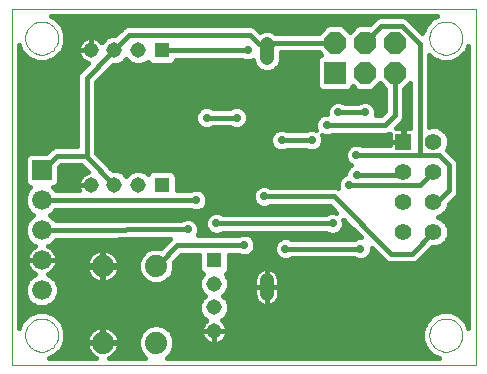
<source format=gbl>
G75*
G70*
%OFA0B0*%
%FSLAX24Y24*%
%IPPOS*%
%LPD*%
%AMOC8*
5,1,8,0,0,1.08239X$1,22.5*
%
%ADD10C,0.0000*%
%ADD11C,0.0456*%
%ADD12C,0.0740*%
%ADD13R,0.0660X0.0660*%
%ADD14C,0.0660*%
%ADD15R,0.0740X0.0740*%
%ADD16OC8,0.0740*%
%ADD17R,0.0554X0.0554*%
%ADD18C,0.0554*%
%ADD19R,0.0515X0.0515*%
%ADD20C,0.0515*%
%ADD21C,0.0160*%
%ADD22C,0.0277*%
D10*
X000680Y000680D02*
X000680Y012550D01*
X016147Y012550D01*
X016147Y000680D01*
X000680Y000680D01*
X001129Y001680D02*
X001131Y001727D01*
X001137Y001773D01*
X001147Y001819D01*
X001160Y001864D01*
X001178Y001907D01*
X001199Y001949D01*
X001223Y001989D01*
X001251Y002026D01*
X001282Y002061D01*
X001316Y002094D01*
X001352Y002123D01*
X001391Y002149D01*
X001432Y002172D01*
X001475Y002191D01*
X001519Y002207D01*
X001564Y002219D01*
X001610Y002227D01*
X001657Y002231D01*
X001703Y002231D01*
X001750Y002227D01*
X001796Y002219D01*
X001841Y002207D01*
X001885Y002191D01*
X001928Y002172D01*
X001969Y002149D01*
X002008Y002123D01*
X002044Y002094D01*
X002078Y002061D01*
X002109Y002026D01*
X002137Y001989D01*
X002161Y001949D01*
X002182Y001907D01*
X002200Y001864D01*
X002213Y001819D01*
X002223Y001773D01*
X002229Y001727D01*
X002231Y001680D01*
X002229Y001633D01*
X002223Y001587D01*
X002213Y001541D01*
X002200Y001496D01*
X002182Y001453D01*
X002161Y001411D01*
X002137Y001371D01*
X002109Y001334D01*
X002078Y001299D01*
X002044Y001266D01*
X002008Y001237D01*
X001969Y001211D01*
X001928Y001188D01*
X001885Y001169D01*
X001841Y001153D01*
X001796Y001141D01*
X001750Y001133D01*
X001703Y001129D01*
X001657Y001129D01*
X001610Y001133D01*
X001564Y001141D01*
X001519Y001153D01*
X001475Y001169D01*
X001432Y001188D01*
X001391Y001211D01*
X001352Y001237D01*
X001316Y001266D01*
X001282Y001299D01*
X001251Y001334D01*
X001223Y001371D01*
X001199Y001411D01*
X001178Y001453D01*
X001160Y001496D01*
X001147Y001541D01*
X001137Y001587D01*
X001131Y001633D01*
X001129Y001680D01*
X001129Y011580D02*
X001131Y011627D01*
X001137Y011673D01*
X001147Y011719D01*
X001160Y011764D01*
X001178Y011807D01*
X001199Y011849D01*
X001223Y011889D01*
X001251Y011926D01*
X001282Y011961D01*
X001316Y011994D01*
X001352Y012023D01*
X001391Y012049D01*
X001432Y012072D01*
X001475Y012091D01*
X001519Y012107D01*
X001564Y012119D01*
X001610Y012127D01*
X001657Y012131D01*
X001703Y012131D01*
X001750Y012127D01*
X001796Y012119D01*
X001841Y012107D01*
X001885Y012091D01*
X001928Y012072D01*
X001969Y012049D01*
X002008Y012023D01*
X002044Y011994D01*
X002078Y011961D01*
X002109Y011926D01*
X002137Y011889D01*
X002161Y011849D01*
X002182Y011807D01*
X002200Y011764D01*
X002213Y011719D01*
X002223Y011673D01*
X002229Y011627D01*
X002231Y011580D01*
X002229Y011533D01*
X002223Y011487D01*
X002213Y011441D01*
X002200Y011396D01*
X002182Y011353D01*
X002161Y011311D01*
X002137Y011271D01*
X002109Y011234D01*
X002078Y011199D01*
X002044Y011166D01*
X002008Y011137D01*
X001969Y011111D01*
X001928Y011088D01*
X001885Y011069D01*
X001841Y011053D01*
X001796Y011041D01*
X001750Y011033D01*
X001703Y011029D01*
X001657Y011029D01*
X001610Y011033D01*
X001564Y011041D01*
X001519Y011053D01*
X001475Y011069D01*
X001432Y011088D01*
X001391Y011111D01*
X001352Y011137D01*
X001316Y011166D01*
X001282Y011199D01*
X001251Y011234D01*
X001223Y011271D01*
X001199Y011311D01*
X001178Y011353D01*
X001160Y011396D01*
X001147Y011441D01*
X001137Y011487D01*
X001131Y011533D01*
X001129Y011580D01*
X014604Y011580D02*
X014606Y011627D01*
X014612Y011673D01*
X014622Y011719D01*
X014635Y011764D01*
X014653Y011807D01*
X014674Y011849D01*
X014698Y011889D01*
X014726Y011926D01*
X014757Y011961D01*
X014791Y011994D01*
X014827Y012023D01*
X014866Y012049D01*
X014907Y012072D01*
X014950Y012091D01*
X014994Y012107D01*
X015039Y012119D01*
X015085Y012127D01*
X015132Y012131D01*
X015178Y012131D01*
X015225Y012127D01*
X015271Y012119D01*
X015316Y012107D01*
X015360Y012091D01*
X015403Y012072D01*
X015444Y012049D01*
X015483Y012023D01*
X015519Y011994D01*
X015553Y011961D01*
X015584Y011926D01*
X015612Y011889D01*
X015636Y011849D01*
X015657Y011807D01*
X015675Y011764D01*
X015688Y011719D01*
X015698Y011673D01*
X015704Y011627D01*
X015706Y011580D01*
X015704Y011533D01*
X015698Y011487D01*
X015688Y011441D01*
X015675Y011396D01*
X015657Y011353D01*
X015636Y011311D01*
X015612Y011271D01*
X015584Y011234D01*
X015553Y011199D01*
X015519Y011166D01*
X015483Y011137D01*
X015444Y011111D01*
X015403Y011088D01*
X015360Y011069D01*
X015316Y011053D01*
X015271Y011041D01*
X015225Y011033D01*
X015178Y011029D01*
X015132Y011029D01*
X015085Y011033D01*
X015039Y011041D01*
X014994Y011053D01*
X014950Y011069D01*
X014907Y011088D01*
X014866Y011111D01*
X014827Y011137D01*
X014791Y011166D01*
X014757Y011199D01*
X014726Y011234D01*
X014698Y011271D01*
X014674Y011311D01*
X014653Y011353D01*
X014635Y011396D01*
X014622Y011441D01*
X014612Y011487D01*
X014606Y011533D01*
X014604Y011580D01*
X014604Y001680D02*
X014606Y001727D01*
X014612Y001773D01*
X014622Y001819D01*
X014635Y001864D01*
X014653Y001907D01*
X014674Y001949D01*
X014698Y001989D01*
X014726Y002026D01*
X014757Y002061D01*
X014791Y002094D01*
X014827Y002123D01*
X014866Y002149D01*
X014907Y002172D01*
X014950Y002191D01*
X014994Y002207D01*
X015039Y002219D01*
X015085Y002227D01*
X015132Y002231D01*
X015178Y002231D01*
X015225Y002227D01*
X015271Y002219D01*
X015316Y002207D01*
X015360Y002191D01*
X015403Y002172D01*
X015444Y002149D01*
X015483Y002123D01*
X015519Y002094D01*
X015553Y002061D01*
X015584Y002026D01*
X015612Y001989D01*
X015636Y001949D01*
X015657Y001907D01*
X015675Y001864D01*
X015688Y001819D01*
X015698Y001773D01*
X015704Y001727D01*
X015706Y001680D01*
X015704Y001633D01*
X015698Y001587D01*
X015688Y001541D01*
X015675Y001496D01*
X015657Y001453D01*
X015636Y001411D01*
X015612Y001371D01*
X015584Y001334D01*
X015553Y001299D01*
X015519Y001266D01*
X015483Y001237D01*
X015444Y001211D01*
X015403Y001188D01*
X015360Y001169D01*
X015316Y001153D01*
X015271Y001141D01*
X015225Y001133D01*
X015178Y001129D01*
X015132Y001129D01*
X015085Y001133D01*
X015039Y001141D01*
X014994Y001153D01*
X014950Y001169D01*
X014907Y001188D01*
X014866Y001211D01*
X014827Y001237D01*
X014791Y001266D01*
X014757Y001299D01*
X014726Y001334D01*
X014698Y001371D01*
X014674Y001411D01*
X014653Y001453D01*
X014635Y001496D01*
X014622Y001541D01*
X014612Y001587D01*
X014606Y001633D01*
X014604Y001680D01*
D11*
X009180Y003050D02*
X009180Y003506D01*
X009180Y010924D02*
X009180Y011380D01*
D12*
X005495Y003985D03*
X003715Y003985D03*
X003715Y001425D03*
X005495Y001425D03*
D13*
X001680Y007180D03*
D14*
X001680Y006180D03*
X001680Y005180D03*
X001680Y004180D03*
X001680Y003180D03*
D15*
X011455Y010430D03*
D16*
X012455Y010430D03*
X013455Y010430D03*
X013455Y011430D03*
X012455Y011430D03*
X011455Y011430D03*
D17*
X013743Y008118D03*
D18*
X014743Y008118D03*
X014743Y007118D03*
X013743Y007118D03*
X013743Y006118D03*
X014743Y006118D03*
X014743Y005118D03*
X013743Y005118D03*
D19*
X007430Y004180D03*
X005680Y006680D03*
X005680Y011180D03*
D20*
X004893Y011180D03*
X004105Y011180D03*
X003318Y011180D03*
X003318Y006680D03*
X004105Y006680D03*
X004893Y006680D03*
X007430Y003393D03*
X007430Y002605D03*
X007430Y001818D03*
D21*
X007867Y001818D01*
X007867Y001852D01*
X007857Y001920D01*
X007835Y001986D01*
X007804Y002047D01*
X007764Y002103D01*
X007715Y002151D01*
X007686Y002173D01*
X007712Y002183D01*
X007852Y002323D01*
X007927Y002506D01*
X007927Y002704D01*
X007852Y002887D01*
X007740Y002999D01*
X007852Y003111D01*
X007927Y003294D01*
X007927Y003492D01*
X007852Y003674D01*
X007812Y003714D01*
X007823Y003719D01*
X007891Y003787D01*
X007927Y003875D01*
X007927Y004360D01*
X008214Y004360D01*
X008215Y004359D01*
X008355Y004301D01*
X008505Y004301D01*
X008645Y004359D01*
X008751Y004465D01*
X008809Y004605D01*
X008809Y004755D01*
X008751Y004895D01*
X008645Y005001D01*
X008505Y005059D01*
X008355Y005059D01*
X008215Y005001D01*
X008214Y005000D01*
X006880Y005000D01*
X006934Y005130D01*
X006934Y005280D01*
X006876Y005420D01*
X006770Y005526D01*
X006630Y005584D01*
X006480Y005584D01*
X006340Y005526D01*
X006338Y005524D01*
X002391Y005500D01*
X002164Y005500D01*
X002163Y005503D01*
X002003Y005663D01*
X001962Y005680D01*
X002003Y005697D01*
X002163Y005857D01*
X002164Y005860D01*
X006614Y005860D01*
X006615Y005859D01*
X006755Y005801D01*
X006905Y005801D01*
X007045Y005859D01*
X007151Y005965D01*
X007209Y006105D01*
X007209Y006255D01*
X007151Y006395D01*
X007045Y006501D01*
X006905Y006559D01*
X006755Y006559D01*
X006615Y006501D01*
X006614Y006500D01*
X006177Y006500D01*
X006177Y006985D01*
X006141Y007073D01*
X006073Y007141D01*
X005985Y007177D01*
X005375Y007177D01*
X005287Y007141D01*
X005219Y007073D01*
X005214Y007062D01*
X005174Y007102D01*
X004992Y007177D01*
X004794Y007177D01*
X004611Y007102D01*
X004499Y006990D01*
X004387Y007102D01*
X004204Y007177D01*
X004060Y007177D01*
X003498Y007740D01*
X003498Y010115D01*
X004065Y010683D01*
X004204Y010683D01*
X004387Y010758D01*
X004499Y010870D01*
X004611Y010758D01*
X004794Y010683D01*
X004992Y010683D01*
X005174Y010758D01*
X005214Y010798D01*
X005219Y010787D01*
X005287Y010719D01*
X005375Y010683D01*
X005985Y010683D01*
X006073Y010719D01*
X006141Y010787D01*
X006171Y010860D01*
X008339Y010860D01*
X008340Y010859D01*
X008480Y010801D01*
X008630Y010801D01*
X008712Y010835D01*
X008712Y010831D01*
X008783Y010659D01*
X008915Y010528D01*
X009087Y010457D01*
X009273Y010457D01*
X009445Y010528D01*
X009577Y010659D01*
X009648Y010831D01*
X009648Y011110D01*
X010912Y011110D01*
X010998Y011024D01*
X010949Y011003D01*
X010882Y010936D01*
X010845Y010848D01*
X010845Y010012D01*
X010882Y009924D01*
X010949Y009857D01*
X011037Y009820D01*
X011873Y009820D01*
X011961Y009857D01*
X012028Y009924D01*
X012049Y009973D01*
X012202Y009820D01*
X012708Y009820D01*
X012955Y010067D01*
X013135Y009887D01*
X013135Y009138D01*
X012997Y009000D01*
X012819Y009000D01*
X012834Y009035D01*
X012834Y009185D01*
X012776Y009325D01*
X012670Y009431D01*
X012530Y009489D01*
X012380Y009489D01*
X012240Y009431D01*
X012239Y009430D01*
X011781Y009430D01*
X011780Y009431D01*
X011640Y009489D01*
X011490Y009489D01*
X011350Y009431D01*
X011244Y009325D01*
X011186Y009185D01*
X011186Y009059D01*
X011105Y009059D01*
X010965Y009001D01*
X010859Y008895D01*
X010801Y008755D01*
X010801Y008605D01*
X010834Y008526D01*
X010755Y008559D01*
X010605Y008559D01*
X010465Y008501D01*
X010464Y008500D01*
X009896Y008500D01*
X009895Y008501D01*
X009755Y008559D01*
X009605Y008559D01*
X009465Y008501D01*
X009359Y008395D01*
X009301Y008255D01*
X009301Y008105D01*
X009359Y007965D01*
X009465Y007859D01*
X009605Y007801D01*
X009755Y007801D01*
X009895Y007859D01*
X009896Y007860D01*
X010464Y007860D01*
X010465Y007859D01*
X010605Y007801D01*
X010755Y007801D01*
X010895Y007859D01*
X011001Y007965D01*
X011059Y008105D01*
X011059Y008255D01*
X011026Y008334D01*
X011105Y008301D01*
X011255Y008301D01*
X011395Y008359D01*
X011396Y008360D01*
X013194Y008360D01*
X013285Y008398D01*
X013285Y008126D01*
X013734Y008126D01*
X013734Y008109D01*
X013285Y008109D01*
X013285Y008000D01*
X012383Y008000D01*
X012382Y008001D01*
X012243Y008059D01*
X012092Y008059D01*
X011953Y008001D01*
X011846Y007895D01*
X011789Y007755D01*
X011789Y007605D01*
X011846Y007465D01*
X011953Y007359D01*
X011977Y007349D01*
X011965Y007344D01*
X011859Y007237D01*
X011801Y007098D01*
X011801Y007037D01*
X011715Y007001D01*
X011609Y006895D01*
X011551Y006755D01*
X011551Y006605D01*
X011556Y006594D01*
X011481Y006625D01*
X009308Y006625D01*
X009307Y006626D01*
X009168Y006684D01*
X009017Y006684D01*
X008878Y006626D01*
X008771Y006520D01*
X008714Y006380D01*
X008714Y006230D01*
X008771Y006090D01*
X008878Y005984D01*
X009017Y005926D01*
X009168Y005926D01*
X009307Y005984D01*
X009308Y005985D01*
X011285Y005985D01*
X011508Y005762D01*
X011455Y005784D01*
X011305Y005784D01*
X011165Y005726D01*
X011164Y005725D01*
X007721Y005725D01*
X007720Y005726D01*
X007580Y005784D01*
X007430Y005784D01*
X007290Y005726D01*
X007184Y005620D01*
X007126Y005480D01*
X007126Y005330D01*
X007184Y005190D01*
X007290Y005084D01*
X007430Y005026D01*
X007580Y005026D01*
X007720Y005084D01*
X007721Y005085D01*
X011164Y005085D01*
X011165Y005084D01*
X011305Y005026D01*
X011455Y005026D01*
X011595Y005084D01*
X011701Y005190D01*
X011759Y005330D01*
X011759Y005480D01*
X011737Y005533D01*
X012336Y004934D01*
X012230Y004934D01*
X012090Y004876D01*
X012089Y004875D01*
X010021Y004875D01*
X010020Y004876D01*
X009880Y004934D01*
X009730Y004934D01*
X009590Y004876D01*
X009484Y004770D01*
X009426Y004630D01*
X009426Y004480D01*
X009484Y004340D01*
X009590Y004234D01*
X009730Y004176D01*
X009880Y004176D01*
X010020Y004234D01*
X010021Y004235D01*
X012089Y004235D01*
X012090Y004234D01*
X012230Y004176D01*
X012380Y004176D01*
X012520Y004234D01*
X012626Y004340D01*
X012684Y004480D01*
X012684Y004586D01*
X013149Y004121D01*
X013266Y004073D01*
X014081Y004073D01*
X014199Y004121D01*
X014289Y004211D01*
X014678Y004600D01*
X014845Y004600D01*
X015035Y004679D01*
X015181Y004825D01*
X015260Y005015D01*
X015260Y005220D01*
X015181Y005410D01*
X015035Y005556D01*
X014887Y005618D01*
X015035Y005679D01*
X015181Y005825D01*
X015260Y006015D01*
X015260Y006052D01*
X015483Y006280D01*
X015526Y006324D01*
X015527Y006325D01*
X015528Y006327D01*
X015551Y006384D01*
X015575Y006441D01*
X015575Y006443D01*
X015576Y006445D01*
X015575Y006507D01*
X015575Y007419D01*
X015526Y007536D01*
X015436Y007626D01*
X015198Y007865D01*
X015260Y008015D01*
X015260Y008220D01*
X015181Y008410D01*
X015035Y008556D01*
X014845Y008635D01*
X014640Y008635D01*
X014600Y008618D01*
X014600Y011016D01*
X014707Y010909D01*
X014998Y010789D01*
X015312Y010789D01*
X015603Y010909D01*
X015826Y011132D01*
X015907Y011328D01*
X015907Y001932D01*
X015826Y002128D01*
X015603Y002351D01*
X015312Y002471D01*
X014998Y002471D01*
X014707Y002351D01*
X014484Y002128D01*
X014364Y001837D01*
X014364Y001523D01*
X014484Y001232D01*
X014707Y001009D01*
X014922Y000920D01*
X005853Y000920D01*
X006012Y001079D01*
X006105Y001304D01*
X006105Y001546D01*
X006012Y001771D01*
X005841Y001942D01*
X005616Y002035D01*
X005374Y002035D01*
X005149Y001942D01*
X004978Y001771D01*
X004885Y001546D01*
X004885Y001304D01*
X004978Y001079D01*
X005137Y000920D01*
X003935Y000920D01*
X004003Y000955D01*
X004073Y001005D01*
X004135Y001067D01*
X004185Y001137D01*
X004225Y001214D01*
X004251Y001296D01*
X004265Y001382D01*
X004265Y001405D01*
X003735Y001405D01*
X003735Y001445D01*
X003695Y001445D01*
X003695Y001975D01*
X003672Y001975D01*
X003586Y001961D01*
X003504Y001935D01*
X003427Y001895D01*
X003357Y001845D01*
X003295Y001783D01*
X003245Y001713D01*
X003205Y001636D01*
X003179Y001554D01*
X003165Y001468D01*
X003165Y001445D01*
X003695Y001445D01*
X003695Y001405D01*
X003165Y001405D01*
X003165Y001382D01*
X003179Y001296D01*
X003205Y001214D01*
X003245Y001137D01*
X003295Y001067D01*
X003357Y001005D01*
X003427Y000955D01*
X003495Y000920D01*
X001913Y000920D01*
X002128Y001009D01*
X002351Y001232D01*
X002471Y001523D01*
X002471Y001837D01*
X002351Y002128D01*
X002128Y002351D01*
X001837Y002471D01*
X001523Y002471D01*
X001232Y002351D01*
X001009Y002128D01*
X000920Y001913D01*
X000920Y011347D01*
X001009Y011132D01*
X001232Y010909D01*
X001523Y010789D01*
X001837Y010789D01*
X002128Y010909D01*
X002351Y011132D01*
X002471Y011423D01*
X002471Y011737D01*
X002351Y012028D01*
X002128Y012251D01*
X001985Y012310D01*
X014850Y012310D01*
X014707Y012251D01*
X014484Y012028D01*
X014367Y011745D01*
X013861Y012251D01*
X013744Y012300D01*
X012941Y012300D01*
X012824Y012251D01*
X012734Y012161D01*
X012612Y012040D01*
X012202Y012040D01*
X011955Y011793D01*
X011708Y012040D01*
X011202Y012040D01*
X010912Y011750D01*
X009485Y011750D01*
X009477Y011753D01*
X009470Y011753D01*
X009445Y011777D01*
X009273Y011848D01*
X009087Y011848D01*
X008964Y011797D01*
X008939Y011821D01*
X008936Y011827D01*
X008893Y011865D01*
X008851Y011904D01*
X008845Y011906D01*
X008836Y011914D01*
X008799Y011951D01*
X008788Y011956D01*
X008780Y011963D01*
X008730Y011980D01*
X008681Y012000D01*
X008670Y012000D01*
X008659Y012004D01*
X008606Y012000D01*
X004598Y012000D01*
X004534Y012000D01*
X004534Y012000D01*
X004534Y012000D01*
X004475Y011976D01*
X004417Y011952D01*
X004416Y011951D01*
X004371Y011906D01*
X004141Y011677D01*
X004006Y011677D01*
X003823Y011602D01*
X003683Y011462D01*
X003673Y011436D01*
X003651Y011465D01*
X003603Y011514D01*
X003547Y011554D01*
X003486Y011585D01*
X003420Y011607D01*
X003352Y011617D01*
X003318Y011617D01*
X003318Y011180D01*
X003318Y011180D01*
X003318Y011617D01*
X003283Y011617D01*
X003215Y011607D01*
X003150Y011585D01*
X003089Y011554D01*
X003033Y011514D01*
X002984Y011465D01*
X002944Y011409D01*
X002912Y011348D01*
X002891Y011282D01*
X002880Y011214D01*
X002880Y011180D01*
X003318Y011180D01*
X002880Y011180D01*
X002880Y011146D01*
X002891Y011078D01*
X002912Y011012D01*
X002944Y010951D01*
X002984Y010895D01*
X003033Y010846D01*
X003089Y010806D01*
X003150Y010775D01*
X003215Y010753D01*
X003229Y010751D01*
X002996Y010519D01*
X002906Y010429D01*
X002858Y010311D01*
X002858Y007980D01*
X002195Y007980D01*
X002136Y007982D01*
X002131Y007980D01*
X002126Y007980D01*
X002072Y007957D01*
X002017Y007937D01*
X002013Y007933D01*
X002009Y007931D01*
X001967Y007890D01*
X001819Y007750D01*
X001302Y007750D01*
X001214Y007713D01*
X001147Y007646D01*
X001110Y007558D01*
X001110Y006802D01*
X001147Y006714D01*
X001214Y006647D01*
X001302Y006610D01*
X001304Y006610D01*
X001197Y006503D01*
X001110Y006293D01*
X001110Y006067D01*
X001197Y005857D01*
X001357Y005697D01*
X001398Y005680D01*
X001357Y005663D01*
X001197Y005503D01*
X001110Y005293D01*
X001110Y005067D01*
X001197Y004857D01*
X001357Y004697D01*
X001475Y004648D01*
X001413Y004616D01*
X001348Y004569D01*
X000920Y004569D01*
X000920Y004411D02*
X001225Y004411D01*
X001207Y004376D02*
X001183Y004299D01*
X001170Y004220D01*
X001170Y004180D01*
X001680Y004180D01*
X002190Y004180D01*
X002190Y004220D01*
X002177Y004299D01*
X002153Y004376D01*
X002116Y004447D01*
X002069Y004512D01*
X002012Y004569D01*
X005311Y004569D01*
X005374Y004595D02*
X005149Y004502D01*
X004978Y004331D01*
X004885Y004106D01*
X004885Y003864D01*
X004978Y003639D01*
X005149Y003468D01*
X005374Y003375D01*
X005616Y003375D01*
X005841Y003468D01*
X006012Y003639D01*
X006105Y003864D01*
X006105Y004106D01*
X006099Y004121D01*
X006338Y004360D01*
X006933Y004360D01*
X006933Y003875D01*
X006969Y003787D01*
X007037Y003719D01*
X007048Y003714D01*
X007008Y003674D01*
X006933Y003492D01*
X006933Y003294D01*
X007008Y003111D01*
X007120Y002999D01*
X007008Y002887D01*
X006933Y002704D01*
X006933Y002506D01*
X007008Y002323D01*
X007148Y002183D01*
X007174Y002173D01*
X007145Y002151D01*
X007096Y002103D01*
X007056Y002047D01*
X007025Y001986D01*
X007003Y001920D01*
X006993Y001852D01*
X006993Y001818D01*
X007430Y001818D01*
X007430Y001818D01*
X007430Y001818D01*
X007867Y001818D01*
X007867Y001783D01*
X007857Y001715D01*
X007835Y001650D01*
X007804Y001589D01*
X007764Y001533D01*
X007715Y001484D01*
X007659Y001444D01*
X007598Y001412D01*
X007532Y001391D01*
X007464Y001380D01*
X007430Y001380D01*
X007430Y001818D01*
X006993Y001818D01*
X006993Y001783D01*
X007003Y001715D01*
X007025Y001650D01*
X007056Y001589D01*
X007096Y001533D01*
X007145Y001484D01*
X007201Y001444D01*
X007262Y001412D01*
X007328Y001391D01*
X007396Y001380D01*
X007430Y001380D01*
X007430Y001818D01*
X007430Y001818D01*
X007430Y001716D02*
X007430Y001716D01*
X007430Y001558D02*
X007430Y001558D01*
X007430Y001399D02*
X007430Y001399D01*
X007557Y001399D02*
X014415Y001399D01*
X014364Y001558D02*
X007782Y001558D01*
X007857Y001716D02*
X014364Y001716D01*
X014379Y001875D02*
X007864Y001875D01*
X007811Y002033D02*
X014445Y002033D01*
X014548Y002192D02*
X007720Y002192D01*
X007863Y002350D02*
X014706Y002350D01*
X015604Y002350D02*
X015907Y002350D01*
X015907Y002192D02*
X015762Y002192D01*
X015865Y002033D02*
X015907Y002033D01*
X015907Y002509D02*
X007927Y002509D01*
X007927Y002667D02*
X009040Y002667D01*
X009023Y002672D02*
X009084Y002653D01*
X009148Y002643D01*
X009180Y002643D01*
X009212Y002643D01*
X009276Y002653D01*
X009337Y002672D01*
X009394Y002702D01*
X009446Y002739D01*
X009491Y002785D01*
X009529Y002837D01*
X009558Y002894D01*
X009578Y002955D01*
X009588Y003018D01*
X009588Y003278D01*
X009180Y003278D01*
X009180Y002643D01*
X009180Y003278D01*
X009180Y003278D01*
X009180Y003278D01*
X008772Y003278D01*
X008772Y003018D01*
X008782Y002955D01*
X008802Y002894D01*
X008831Y002837D01*
X008869Y002785D01*
X008914Y002739D01*
X008966Y002702D01*
X009023Y002672D01*
X009180Y002667D02*
X009180Y002667D01*
X009320Y002667D02*
X015907Y002667D01*
X015907Y002826D02*
X009521Y002826D01*
X009583Y002984D02*
X015907Y002984D01*
X015907Y003143D02*
X009588Y003143D01*
X009588Y003278D02*
X009588Y003538D01*
X009578Y003602D01*
X009558Y003663D01*
X009529Y003720D01*
X009491Y003772D01*
X009446Y003818D01*
X009394Y003855D01*
X009337Y003884D01*
X009276Y003904D01*
X009212Y003914D01*
X009180Y003914D01*
X009148Y003914D01*
X009084Y003904D01*
X009023Y003884D01*
X008966Y003855D01*
X008914Y003818D01*
X008869Y003772D01*
X008831Y003720D01*
X008802Y003663D01*
X008782Y003602D01*
X008772Y003538D01*
X008772Y003278D01*
X009180Y003278D01*
X009180Y003278D01*
X009588Y003278D01*
X009588Y003301D02*
X015907Y003301D01*
X015907Y003460D02*
X009588Y003460D01*
X009573Y003618D02*
X015907Y003618D01*
X015907Y003777D02*
X009487Y003777D01*
X009180Y003777D02*
X009180Y003777D01*
X009180Y003914D02*
X009180Y003278D01*
X009180Y003278D01*
X009180Y003914D01*
X009180Y003618D02*
X009180Y003618D01*
X009180Y003460D02*
X009180Y003460D01*
X009180Y003301D02*
X009180Y003301D01*
X009180Y003143D02*
X009180Y003143D01*
X009180Y002984D02*
X009180Y002984D01*
X009180Y002826D02*
X009180Y002826D01*
X008839Y002826D02*
X007877Y002826D01*
X007755Y002984D02*
X008777Y002984D01*
X008772Y003143D02*
X007865Y003143D01*
X007927Y003301D02*
X008772Y003301D01*
X008772Y003460D02*
X007927Y003460D01*
X007875Y003618D02*
X008787Y003618D01*
X008873Y003777D02*
X007881Y003777D01*
X007927Y003935D02*
X015907Y003935D01*
X015907Y004094D02*
X014132Y004094D01*
X014330Y004252D02*
X015907Y004252D01*
X015907Y004411D02*
X014488Y004411D01*
X014647Y004569D02*
X015907Y004569D01*
X015907Y004728D02*
X015084Y004728D01*
X015206Y004886D02*
X015907Y004886D01*
X015907Y005045D02*
X015260Y005045D01*
X015260Y005203D02*
X015907Y005203D01*
X015907Y005362D02*
X015201Y005362D01*
X015071Y005520D02*
X015907Y005520D01*
X015907Y005679D02*
X015034Y005679D01*
X015186Y005837D02*
X015907Y005837D01*
X015907Y005996D02*
X015252Y005996D01*
X015359Y006154D02*
X015907Y006154D01*
X015907Y006313D02*
X015515Y006313D01*
X015575Y006471D02*
X015907Y006471D01*
X015907Y006630D02*
X015575Y006630D01*
X015575Y006788D02*
X015907Y006788D01*
X015907Y006947D02*
X015575Y006947D01*
X015575Y007105D02*
X015907Y007105D01*
X015907Y007264D02*
X015575Y007264D01*
X015574Y007422D02*
X015907Y007422D01*
X015907Y007581D02*
X015482Y007581D01*
X015255Y007355D02*
X015255Y006505D01*
X014874Y006116D01*
X014743Y006118D01*
X014305Y006680D02*
X011930Y006680D01*
X011661Y006947D02*
X006177Y006947D01*
X006177Y006788D02*
X011565Y006788D01*
X011551Y006630D02*
X009299Y006630D01*
X009093Y006305D02*
X011418Y006305D01*
X013330Y004393D01*
X014018Y004393D01*
X014743Y005118D01*
X013216Y004094D02*
X007927Y004094D01*
X007927Y004252D02*
X009572Y004252D01*
X009455Y004411D02*
X008696Y004411D01*
X008794Y004569D02*
X009426Y004569D01*
X009467Y004728D02*
X008809Y004728D01*
X008755Y004886D02*
X009614Y004886D01*
X009996Y004886D02*
X012114Y004886D01*
X012225Y005045D02*
X011499Y005045D01*
X011706Y005203D02*
X012067Y005203D01*
X011908Y005362D02*
X011759Y005362D01*
X011742Y005520D02*
X011750Y005520D01*
X011380Y005405D02*
X007505Y005405D01*
X007243Y005679D02*
X001966Y005679D01*
X002143Y005837D02*
X006668Y005837D01*
X006992Y005837D02*
X011433Y005837D01*
X011261Y005045D02*
X008540Y005045D01*
X008320Y005045D02*
X007624Y005045D01*
X007386Y005045D02*
X006898Y005045D01*
X006934Y005203D02*
X007179Y005203D01*
X007126Y005362D02*
X006900Y005362D01*
X006776Y005520D02*
X007143Y005520D01*
X007164Y005996D02*
X008866Y005996D01*
X008745Y006154D02*
X007209Y006154D01*
X007185Y006313D02*
X008714Y006313D01*
X008751Y006471D02*
X007075Y006471D01*
X006830Y006180D02*
X001680Y006180D01*
X001110Y006154D02*
X000920Y006154D01*
X000920Y005996D02*
X001139Y005996D01*
X001217Y005837D02*
X000920Y005837D01*
X000920Y005679D02*
X001394Y005679D01*
X001214Y005520D02*
X000920Y005520D01*
X000920Y005362D02*
X001138Y005362D01*
X001110Y005203D02*
X000920Y005203D01*
X000920Y005045D02*
X001119Y005045D01*
X001185Y004886D02*
X000920Y004886D01*
X000920Y004728D02*
X001326Y004728D01*
X001348Y004569D02*
X001291Y004512D01*
X001244Y004447D01*
X001207Y004376D01*
X001175Y004252D02*
X000920Y004252D01*
X000920Y004094D02*
X001177Y004094D01*
X001183Y004061D02*
X001170Y004140D01*
X001170Y004180D01*
X001680Y004180D01*
X001680Y004180D01*
X002190Y004180D01*
X002190Y004140D01*
X002177Y004061D01*
X002153Y003984D01*
X002116Y003913D01*
X002069Y003848D01*
X002012Y003791D01*
X001947Y003744D01*
X001885Y003712D01*
X002003Y003663D01*
X002163Y003503D01*
X002250Y003293D01*
X002250Y003067D01*
X002163Y002857D01*
X002003Y002697D01*
X001793Y002610D01*
X001567Y002610D01*
X001357Y002697D01*
X001197Y002857D01*
X001110Y003067D01*
X001110Y003293D01*
X001197Y003503D01*
X001357Y003663D01*
X001475Y003712D01*
X001413Y003744D01*
X001348Y003791D01*
X001291Y003848D01*
X001244Y003913D01*
X001207Y003984D01*
X001183Y004061D01*
X001232Y003935D02*
X000920Y003935D01*
X000920Y003777D02*
X001368Y003777D01*
X001312Y003618D02*
X000920Y003618D01*
X000920Y003460D02*
X001179Y003460D01*
X001113Y003301D02*
X000920Y003301D01*
X000920Y003143D02*
X001110Y003143D01*
X001144Y002984D02*
X000920Y002984D01*
X000920Y002826D02*
X001228Y002826D01*
X001429Y002667D02*
X000920Y002667D01*
X000920Y002509D02*
X006933Y002509D01*
X006933Y002667D02*
X001931Y002667D01*
X002132Y002826D02*
X006983Y002826D01*
X007105Y002984D02*
X002216Y002984D01*
X002250Y003143D02*
X006995Y003143D01*
X006933Y003301D02*
X002247Y003301D01*
X002181Y003460D02*
X003552Y003460D01*
X003586Y003449D02*
X003672Y003435D01*
X003695Y003435D01*
X003695Y003965D01*
X003165Y003965D01*
X003165Y003942D01*
X003179Y003856D01*
X003205Y003774D01*
X003245Y003697D01*
X003295Y003627D01*
X003357Y003565D01*
X003427Y003515D01*
X003504Y003475D01*
X003586Y003449D01*
X003695Y003460D02*
X003735Y003460D01*
X003735Y003435D02*
X003758Y003435D01*
X003844Y003449D01*
X003926Y003475D01*
X004003Y003515D01*
X004073Y003565D01*
X004135Y003627D01*
X004185Y003697D01*
X004225Y003774D01*
X004251Y003856D01*
X004265Y003942D01*
X004265Y003965D01*
X003735Y003965D01*
X003735Y004005D01*
X003695Y004005D01*
X003695Y004535D01*
X003672Y004535D01*
X003586Y004521D01*
X003504Y004495D01*
X003427Y004455D01*
X003357Y004405D01*
X003295Y004343D01*
X003245Y004273D01*
X003205Y004196D01*
X003179Y004114D01*
X003165Y004028D01*
X003165Y004005D01*
X003695Y004005D01*
X003695Y003965D01*
X003735Y003965D01*
X003735Y003435D01*
X003878Y003460D02*
X005170Y003460D01*
X004999Y003618D02*
X004126Y003618D01*
X004226Y003777D02*
X004921Y003777D01*
X004885Y003935D02*
X004264Y003935D01*
X004265Y004005D02*
X004265Y004028D01*
X004251Y004114D01*
X004225Y004196D01*
X004185Y004273D01*
X004135Y004343D01*
X004073Y004405D01*
X004003Y004455D01*
X003926Y004495D01*
X003844Y004521D01*
X003758Y004535D01*
X003735Y004535D01*
X003735Y004005D01*
X004265Y004005D01*
X004255Y004094D02*
X004885Y004094D01*
X004945Y004252D02*
X004196Y004252D01*
X004065Y004411D02*
X005058Y004411D01*
X005374Y004595D02*
X005616Y004595D01*
X005652Y004580D01*
X005934Y004861D01*
X005934Y004861D01*
X005954Y004881D01*
X002457Y004860D01*
X002456Y004860D01*
X002393Y004860D01*
X002331Y004860D01*
X002330Y004860D01*
X002164Y004860D01*
X002163Y004857D01*
X002003Y004697D01*
X001885Y004648D01*
X001947Y004616D01*
X002012Y004569D01*
X002135Y004411D02*
X003365Y004411D01*
X003234Y004252D02*
X002185Y004252D01*
X002183Y004094D02*
X003175Y004094D01*
X003166Y003935D02*
X002128Y003935D01*
X001992Y003777D02*
X003204Y003777D01*
X003304Y003618D02*
X002048Y003618D01*
X001680Y004180D02*
X001680Y004180D01*
X002034Y004728D02*
X005800Y004728D01*
X006205Y004680D02*
X005591Y004066D01*
X005495Y003985D01*
X006069Y003777D02*
X006979Y003777D01*
X006985Y003618D02*
X005991Y003618D01*
X005820Y003460D02*
X006933Y003460D01*
X006933Y003935D02*
X006105Y003935D01*
X006105Y004094D02*
X006933Y004094D01*
X006933Y004252D02*
X006230Y004252D01*
X006205Y004680D02*
X008430Y004680D01*
X009805Y004555D02*
X012305Y004555D01*
X012655Y004411D02*
X012859Y004411D01*
X012701Y004569D02*
X012684Y004569D01*
X012538Y004252D02*
X013018Y004252D01*
X014305Y006680D02*
X014743Y007118D01*
X015255Y007355D02*
X014930Y007680D01*
X014280Y007680D01*
X012168Y007680D01*
X011890Y007422D02*
X003816Y007422D01*
X003974Y007264D02*
X011885Y007264D01*
X011804Y007105D02*
X006109Y007105D01*
X006177Y006630D02*
X008886Y006630D01*
X009427Y007898D02*
X003498Y007898D01*
X003498Y008056D02*
X009321Y008056D01*
X009301Y008215D02*
X003498Y008215D01*
X003498Y008373D02*
X009350Y008373D01*
X009539Y008532D02*
X003498Y008532D01*
X003498Y008690D02*
X006884Y008690D01*
X006859Y008715D02*
X006965Y008609D01*
X007105Y008551D01*
X007255Y008551D01*
X007395Y008609D01*
X007396Y008610D01*
X007964Y008610D01*
X007965Y008609D01*
X008105Y008551D01*
X008255Y008551D01*
X008395Y008609D01*
X008501Y008715D01*
X008559Y008855D01*
X008559Y009005D01*
X008501Y009145D01*
X008395Y009251D01*
X008255Y009309D01*
X008105Y009309D01*
X007965Y009251D01*
X007964Y009250D01*
X007396Y009250D01*
X007395Y009251D01*
X007255Y009309D01*
X007105Y009309D01*
X006965Y009251D01*
X006859Y009145D01*
X006801Y009005D01*
X006801Y008855D01*
X006859Y008715D01*
X006804Y008849D02*
X003498Y008849D01*
X003498Y009007D02*
X006802Y009007D01*
X006880Y009166D02*
X003498Y009166D01*
X003498Y009324D02*
X011244Y009324D01*
X011186Y009166D02*
X008480Y009166D01*
X008558Y009007D02*
X010980Y009007D01*
X010840Y008849D02*
X008556Y008849D01*
X008476Y008690D02*
X010801Y008690D01*
X010821Y008532D02*
X010832Y008532D01*
X010539Y008532D02*
X009821Y008532D01*
X009680Y008180D02*
X010680Y008180D01*
X010933Y007898D02*
X011849Y007898D01*
X011789Y007739D02*
X003499Y007739D01*
X003657Y007581D02*
X011799Y007581D01*
X012086Y008056D02*
X011039Y008056D01*
X011059Y008215D02*
X013285Y008215D01*
X013285Y008373D02*
X013225Y008373D01*
X013285Y008056D02*
X012249Y008056D01*
X013130Y008680D02*
X013455Y009005D01*
X013455Y010430D01*
X013960Y010072D02*
X013960Y008575D01*
X013751Y008575D01*
X013751Y008126D01*
X013734Y008126D01*
X013734Y008575D01*
X013477Y008575D01*
X013726Y008824D01*
X013775Y008941D01*
X013775Y009887D01*
X013960Y010072D01*
X013960Y009958D02*
X013846Y009958D01*
X013775Y009800D02*
X013960Y009800D01*
X013960Y009641D02*
X013775Y009641D01*
X013775Y009483D02*
X013960Y009483D01*
X013960Y009324D02*
X013775Y009324D01*
X013775Y009166D02*
X013960Y009166D01*
X013960Y009007D02*
X013775Y009007D01*
X013737Y008849D02*
X013960Y008849D01*
X013960Y008690D02*
X013593Y008690D01*
X013734Y008532D02*
X013751Y008532D01*
X013734Y008373D02*
X013751Y008373D01*
X013734Y008215D02*
X013751Y008215D01*
X014280Y007680D02*
X014280Y011380D01*
X013680Y011980D01*
X013005Y011980D01*
X012455Y011430D01*
X012022Y011860D02*
X011888Y011860D01*
X011729Y012019D02*
X012181Y012019D01*
X012749Y012177D02*
X002202Y012177D01*
X002355Y012019D02*
X011181Y012019D01*
X011022Y011860D02*
X008898Y011860D01*
X008677Y011628D02*
X009180Y011152D01*
X009430Y011430D01*
X011455Y011430D01*
X010955Y011068D02*
X009648Y011068D01*
X009648Y010909D02*
X010870Y010909D01*
X010845Y010751D02*
X009614Y010751D01*
X009509Y010592D02*
X010845Y010592D01*
X010845Y010434D02*
X003816Y010434D01*
X003975Y010592D02*
X008851Y010592D01*
X008746Y010751D02*
X006105Y010751D01*
X005680Y011180D02*
X008555Y011180D01*
X008677Y011628D02*
X008618Y011680D01*
X004597Y011680D01*
X004285Y011369D01*
X004105Y011180D01*
X003930Y011000D01*
X003178Y010248D01*
X003178Y007608D01*
X003125Y007660D01*
X002190Y007660D01*
X001680Y007180D01*
X001110Y007105D02*
X000920Y007105D01*
X000920Y007264D02*
X001110Y007264D01*
X001110Y007422D02*
X000920Y007422D01*
X000920Y007581D02*
X001119Y007581D01*
X001276Y007739D02*
X000920Y007739D01*
X000920Y007898D02*
X001975Y007898D01*
X002317Y007340D02*
X002993Y007340D01*
X002996Y007336D01*
X003224Y007108D01*
X003215Y007107D01*
X003150Y007085D01*
X003089Y007054D01*
X003033Y007014D01*
X002984Y006965D01*
X002944Y006909D01*
X002912Y006848D01*
X002891Y006782D01*
X002880Y006714D01*
X002880Y006680D01*
X003318Y006680D01*
X002880Y006680D01*
X002880Y006646D01*
X002891Y006578D01*
X002912Y006512D01*
X002919Y006500D01*
X002164Y006500D01*
X002163Y006503D01*
X002056Y006610D01*
X002058Y006610D01*
X002146Y006647D01*
X002213Y006714D01*
X002250Y006802D01*
X002250Y007277D01*
X002317Y007340D01*
X002250Y007264D02*
X003069Y007264D01*
X003210Y007105D02*
X002250Y007105D01*
X002250Y006947D02*
X002971Y006947D01*
X002893Y006788D02*
X002244Y006788D01*
X002105Y006630D02*
X002883Y006630D01*
X003318Y006680D02*
X003318Y006680D01*
X004105Y006680D02*
X003178Y007608D01*
X002858Y008056D02*
X000920Y008056D01*
X000920Y008215D02*
X002858Y008215D01*
X002858Y008373D02*
X000920Y008373D01*
X000920Y008532D02*
X002858Y008532D01*
X002858Y008690D02*
X000920Y008690D01*
X000920Y008849D02*
X002858Y008849D01*
X002858Y009007D02*
X000920Y009007D01*
X000920Y009166D02*
X002858Y009166D01*
X002858Y009324D02*
X000920Y009324D01*
X000920Y009483D02*
X002858Y009483D01*
X002858Y009641D02*
X000920Y009641D01*
X000920Y009800D02*
X002858Y009800D01*
X002858Y009958D02*
X000920Y009958D01*
X000920Y010117D02*
X002858Y010117D01*
X002858Y010275D02*
X000920Y010275D01*
X000920Y010434D02*
X002911Y010434D01*
X003069Y010592D02*
X000920Y010592D01*
X000920Y010751D02*
X003228Y010751D01*
X002974Y010909D02*
X002128Y010909D01*
X002286Y011068D02*
X002894Y011068D01*
X002882Y011226D02*
X002390Y011226D01*
X002455Y011385D02*
X002931Y011385D01*
X003073Y011543D02*
X002471Y011543D01*
X002471Y011702D02*
X004165Y011702D01*
X004325Y011860D02*
X002420Y011860D01*
X003318Y011543D02*
X003318Y011543D01*
X003562Y011543D02*
X003765Y011543D01*
X003318Y011385D02*
X003318Y011385D01*
X003318Y011226D02*
X003318Y011226D01*
X003318Y011180D02*
X003318Y011180D01*
X004368Y010751D02*
X004629Y010751D01*
X005156Y010751D02*
X005255Y010751D01*
X004416Y011951D02*
X004416Y011951D01*
X003658Y010275D02*
X010845Y010275D01*
X010845Y010117D02*
X003499Y010117D01*
X003498Y009958D02*
X010867Y009958D01*
X011475Y009483D02*
X003498Y009483D01*
X003498Y009641D02*
X013135Y009641D01*
X013135Y009483D02*
X012545Y009483D01*
X012365Y009483D02*
X011655Y009483D01*
X011565Y009110D02*
X012455Y009110D01*
X012822Y009007D02*
X013004Y009007D01*
X013135Y009166D02*
X012834Y009166D01*
X012776Y009324D02*
X013135Y009324D01*
X013135Y009800D02*
X003498Y009800D01*
X001232Y010909D02*
X000920Y010909D01*
X000920Y011068D02*
X001074Y011068D01*
X000970Y011226D02*
X000920Y011226D01*
X004379Y007105D02*
X004619Y007105D01*
X005167Y007105D02*
X005251Y007105D01*
X005724Y005520D02*
X002146Y005520D01*
X002393Y005180D02*
X001680Y005180D01*
X002393Y005180D02*
X006555Y005205D01*
X003735Y004411D02*
X003695Y004411D01*
X003695Y004252D02*
X003735Y004252D01*
X003735Y004094D02*
X003695Y004094D01*
X003695Y003935D02*
X003735Y003935D01*
X003735Y003777D02*
X003695Y003777D01*
X003695Y003618D02*
X003735Y003618D01*
X002129Y002350D02*
X006997Y002350D01*
X007140Y002192D02*
X002287Y002192D01*
X002390Y002033D02*
X005369Y002033D01*
X005621Y002033D02*
X007049Y002033D01*
X006996Y001875D02*
X005908Y001875D01*
X006035Y001716D02*
X007003Y001716D01*
X007078Y001558D02*
X006100Y001558D01*
X006105Y001399D02*
X007303Y001399D01*
X006079Y001241D02*
X014481Y001241D01*
X014634Y001082D02*
X006013Y001082D01*
X005856Y000924D02*
X014914Y000924D01*
X013655Y007020D02*
X012180Y007023D01*
X013655Y007020D02*
X013743Y007118D01*
X015211Y007898D02*
X015907Y007898D01*
X015907Y008056D02*
X015260Y008056D01*
X015260Y008215D02*
X015907Y008215D01*
X015907Y008373D02*
X015196Y008373D01*
X015060Y008532D02*
X015907Y008532D01*
X015907Y008690D02*
X014600Y008690D01*
X014600Y008849D02*
X015907Y008849D01*
X015907Y009007D02*
X014600Y009007D01*
X014600Y009166D02*
X015907Y009166D01*
X015907Y009324D02*
X014600Y009324D01*
X014600Y009483D02*
X015907Y009483D01*
X015907Y009641D02*
X014600Y009641D01*
X014600Y009800D02*
X015907Y009800D01*
X015907Y009958D02*
X014600Y009958D01*
X014600Y010117D02*
X015907Y010117D01*
X015907Y010275D02*
X014600Y010275D01*
X014600Y010434D02*
X015907Y010434D01*
X015907Y010592D02*
X014600Y010592D01*
X014600Y010751D02*
X015907Y010751D01*
X015907Y010909D02*
X015603Y010909D01*
X015761Y011068D02*
X015907Y011068D01*
X015907Y011226D02*
X015865Y011226D01*
X014707Y010909D02*
X014600Y010909D01*
X014415Y011860D02*
X014253Y011860D01*
X014094Y012019D02*
X014480Y012019D01*
X014633Y012177D02*
X013936Y012177D01*
X013064Y009958D02*
X012846Y009958D01*
X012064Y009958D02*
X012043Y009958D01*
X011180Y008680D02*
X013130Y008680D01*
X015324Y007739D02*
X015907Y007739D01*
X008180Y008930D02*
X007180Y008930D01*
X001255Y006630D02*
X000920Y006630D01*
X000920Y006788D02*
X001116Y006788D01*
X001110Y006947D02*
X000920Y006947D01*
X000920Y006471D02*
X001184Y006471D01*
X001118Y006313D02*
X000920Y006313D01*
X000920Y002350D02*
X001231Y002350D01*
X001073Y002192D02*
X000920Y002192D01*
X000920Y002033D02*
X000970Y002033D01*
X002201Y001082D02*
X003284Y001082D01*
X003197Y001241D02*
X002354Y001241D01*
X002420Y001399D02*
X003165Y001399D01*
X003180Y001558D02*
X002471Y001558D01*
X002471Y001716D02*
X003247Y001716D01*
X003398Y001875D02*
X002456Y001875D01*
X001921Y000924D02*
X003488Y000924D01*
X003942Y000924D02*
X005134Y000924D01*
X004977Y001082D02*
X004146Y001082D01*
X004233Y001241D02*
X004911Y001241D01*
X004885Y001399D02*
X004265Y001399D01*
X004265Y001445D02*
X004265Y001468D01*
X004251Y001554D01*
X004225Y001636D01*
X004185Y001713D01*
X004135Y001783D01*
X004073Y001845D01*
X004003Y001895D01*
X003926Y001935D01*
X003844Y001961D01*
X003758Y001975D01*
X003735Y001975D01*
X003735Y001445D01*
X004265Y001445D01*
X004250Y001558D02*
X004890Y001558D01*
X004955Y001716D02*
X004183Y001716D01*
X004032Y001875D02*
X005082Y001875D01*
X003735Y001875D02*
X003695Y001875D01*
X003695Y001716D02*
X003735Y001716D01*
X003735Y001558D02*
X003695Y001558D01*
D22*
X006555Y005205D03*
X007505Y005405D03*
X006830Y006180D03*
X008430Y004680D03*
X009805Y004555D03*
X011380Y005405D03*
X012305Y004555D03*
X011930Y006680D03*
X012180Y007023D03*
X012168Y007680D03*
X011180Y008680D03*
X011565Y009110D03*
X012455Y009110D03*
X010680Y008180D03*
X009680Y008180D03*
X009680Y007180D03*
X009093Y006305D03*
X008180Y008930D03*
X007180Y008930D03*
X008905Y009755D03*
X008555Y011180D03*
X015455Y009830D03*
M02*

</source>
